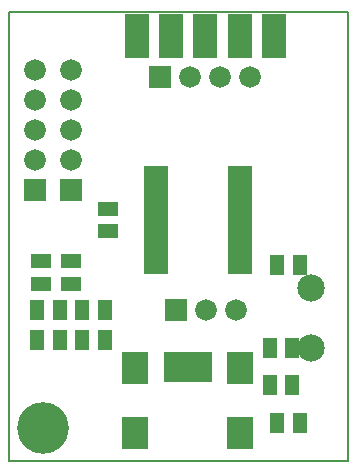
<source format=gts>
G04 (created by PCBNEW (2013-07-07 BZR 4022)-stable) date 22/04/2014 18:46:14*
%MOIN*%
G04 Gerber Fmt 3.4, Leading zero omitted, Abs format*
%FSLAX34Y34*%
G01*
G70*
G90*
G04 APERTURE LIST*
%ADD10C,0.00590551*%
%ADD11R,0.0317X0.1026*%
%ADD12R,0.0907X0.1104*%
%ADD13R,0.0829X0.028*%
%ADD14R,0.047X0.067*%
%ADD15R,0.067X0.047*%
%ADD16C,0.0907402*%
%ADD17R,0.072X0.072*%
%ADD18C,0.072*%
%ADD19R,0.0789291X0.149795*%
%ADD20C,0.172*%
G04 APERTURE END LIST*
G54D10*
X72755Y-45511D02*
X84055Y-45511D01*
X72755Y-60472D02*
X72755Y-45511D01*
X84055Y-60472D02*
X72755Y-60472D01*
X84055Y-45511D02*
X84055Y-60472D01*
G54D11*
X78070Y-57342D03*
X78385Y-57342D03*
X78700Y-57342D03*
X79015Y-57342D03*
X79330Y-57342D03*
G54D12*
X76948Y-57381D03*
X76948Y-59546D03*
X80452Y-57381D03*
X80452Y-59546D03*
G54D13*
X80457Y-54094D03*
X80457Y-53844D03*
X80457Y-53584D03*
X80457Y-53324D03*
X80457Y-53074D03*
X80457Y-52814D03*
X80457Y-52554D03*
X80457Y-52304D03*
X80457Y-52044D03*
X80457Y-51794D03*
X80457Y-51534D03*
X80457Y-51274D03*
X80457Y-51024D03*
X80457Y-50764D03*
X77657Y-50764D03*
X77657Y-51024D03*
X77657Y-51264D03*
X77657Y-51534D03*
X77657Y-51794D03*
X77657Y-52044D03*
X77657Y-52304D03*
X77657Y-52554D03*
X77657Y-52814D03*
X77657Y-53074D03*
X77657Y-53324D03*
X77657Y-53584D03*
X77657Y-53844D03*
X77657Y-54094D03*
G54D14*
X75932Y-55444D03*
X75182Y-55444D03*
G54D15*
X76057Y-52819D03*
X76057Y-52069D03*
G54D14*
X73682Y-55444D03*
X74432Y-55444D03*
X73682Y-56444D03*
X74432Y-56444D03*
X75932Y-56444D03*
X75182Y-56444D03*
X81682Y-59194D03*
X82432Y-59194D03*
X82182Y-57944D03*
X81432Y-57944D03*
X82182Y-56694D03*
X81432Y-56694D03*
X81682Y-53944D03*
X82432Y-53944D03*
G54D15*
X73807Y-54569D03*
X73807Y-53819D03*
X74807Y-54569D03*
X74807Y-53819D03*
G54D16*
X82807Y-54694D03*
X82807Y-56694D03*
G54D17*
X74807Y-51444D03*
G54D18*
X74807Y-50444D03*
X74807Y-49444D03*
X74807Y-48444D03*
X74807Y-47444D03*
G54D17*
X73607Y-51444D03*
G54D18*
X73607Y-50444D03*
X73607Y-49444D03*
X73607Y-48444D03*
X73607Y-47444D03*
G54D17*
X77791Y-47677D03*
G54D18*
X78791Y-47677D03*
X79791Y-47677D03*
X80791Y-47677D03*
G54D19*
X80433Y-46299D03*
X79291Y-46299D03*
X78149Y-46299D03*
X81574Y-46299D03*
X77007Y-46299D03*
G54D20*
X73858Y-59370D03*
G54D17*
X78307Y-55444D03*
G54D18*
X79307Y-55444D03*
X80307Y-55444D03*
M02*

</source>
